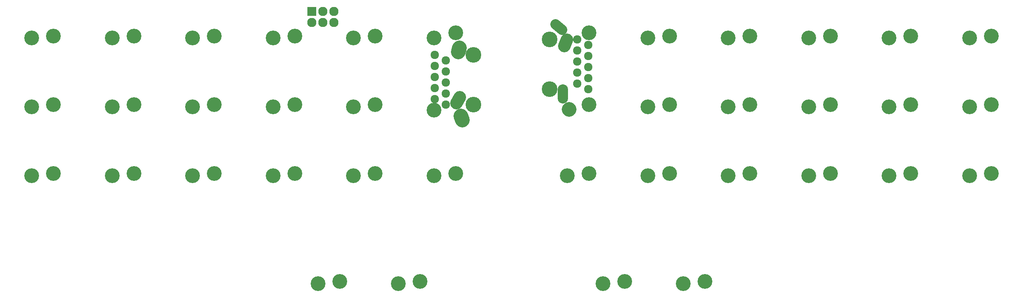
<source format=gts>
G04 #@! TF.FileFunction,Soldermask,Top*
%FSLAX46Y46*%
G04 Gerber Fmt 4.6, Leading zero omitted, Abs format (unit mm)*
G04 Created by KiCad (PCBNEW 4.0.1-stable) date Thursday, March 02, 2017 'PMt' 06:18:16 PM*
%MOMM*%
G01*
G04 APERTURE LIST*
%ADD10C,0.100000*%
%ADD11C,3.400000*%
%ADD12C,2.900000*%
%ADD13O,3.400000X3.400000*%
%ADD14C,1.924000*%
%ADD15O,2.400000X4.400000*%
%ADD16C,3.600000*%
%ADD17C,2.400000*%
%ADD18C,3.400000*%
%ADD19R,2.127200X2.127200*%
%ADD20O,2.127200X2.127200*%
G04 APERTURE END LIST*
D10*
D11*
X79250000Y-2400000D03*
X84250000Y-1900000D03*
X71083330Y-58800000D03*
X76083330Y-58300000D03*
X42250000Y-2400000D03*
X47250000Y-1900000D03*
D12*
X128296091Y-2822862D02*
X127783061Y-4232400D01*
D13*
X133450000Y-1200000D03*
D14*
X133250000Y-14150000D03*
D15*
X127410000Y-15210000D03*
D16*
X124360000Y-14150000D03*
D17*
X125724703Y754133D02*
X127256791Y-531443D01*
D16*
X124360000Y-2720000D03*
D14*
X130710000Y-12880000D03*
X133250000Y-11610000D03*
X133250000Y-9070000D03*
X133250000Y-6530000D03*
X133250000Y-3990000D03*
X130710000Y-10340000D03*
X130710000Y-7800000D03*
X130710000Y-5260000D03*
X130710000Y-2720000D03*
D11*
X97750000Y-2400000D03*
D13*
X102750000Y-1200000D03*
X97750000Y-18950000D03*
D12*
X103725000Y-16011251D02*
X102975000Y-17310289D01*
D14*
X97930000Y-6220000D03*
D18*
X103640591Y-4642963D02*
X103381771Y-5608889D01*
D16*
X106820000Y-6220000D03*
D18*
X103975212Y-20273816D02*
X104317232Y-21213508D01*
D16*
X106820000Y-17650000D03*
D14*
X100470000Y-7490000D03*
X97930000Y-8760000D03*
X97930000Y-11300000D03*
X97930000Y-13840000D03*
X97930000Y-16380000D03*
X100470000Y-10030000D03*
X100470000Y-12570000D03*
X100470000Y-15110000D03*
X100470000Y-17650000D03*
D19*
X69640000Y3710000D03*
D20*
X69640000Y1170000D03*
X72180000Y3710000D03*
X72180000Y1170000D03*
X74720000Y3710000D03*
X74720000Y1170000D03*
D11*
X5250000Y-2400000D03*
X10250000Y-1900000D03*
X155116667Y-58800000D03*
X160116667Y-58300000D03*
X136616667Y-58800000D03*
X141616667Y-58300000D03*
X89583330Y-58800000D03*
X94583330Y-58300000D03*
X220950000Y-34000000D03*
X225950000Y-33500000D03*
X202450000Y-34000000D03*
X207450000Y-33500000D03*
X183950000Y-34000000D03*
X188950000Y-33500000D03*
X165450000Y-34000000D03*
X170450000Y-33500000D03*
X146950000Y-34000000D03*
X151950000Y-33500000D03*
X128450000Y-34000000D03*
X133450000Y-33500000D03*
X97750000Y-34000000D03*
X102750000Y-33500000D03*
X79250000Y-34000000D03*
X84250000Y-33500000D03*
X60750000Y-34000000D03*
X65750000Y-33500000D03*
X42250000Y-34000000D03*
X47250000Y-33500000D03*
X23750000Y-34000000D03*
X28750000Y-33500000D03*
X5250000Y-34000000D03*
X10250000Y-33500000D03*
X220950000Y-18200000D03*
X225950000Y-17700000D03*
X202450000Y-18200000D03*
X207450000Y-17700000D03*
X183950000Y-18200000D03*
X188950000Y-17700000D03*
X165450000Y-18200000D03*
X170450000Y-17700000D03*
X146950000Y-18200000D03*
X151950000Y-17700000D03*
D18*
X128800000Y-18806218D02*
X128800000Y-18806218D01*
D11*
X133450000Y-17700000D03*
X79250000Y-18200000D03*
X84250000Y-17700000D03*
X60750000Y-18200000D03*
X65750000Y-17700000D03*
X42250000Y-18200000D03*
X47250000Y-17700000D03*
X23750000Y-18200000D03*
X28750000Y-17700000D03*
X5250000Y-18200000D03*
X10250000Y-17700000D03*
X220950000Y-2400000D03*
X225950000Y-1900000D03*
X202450000Y-2400000D03*
X207450000Y-1900000D03*
X183950000Y-2400000D03*
X188950000Y-1900000D03*
X165450000Y-2400000D03*
X170450000Y-1900000D03*
X146950000Y-2400000D03*
X151950000Y-1900000D03*
X60750000Y-2400000D03*
X65750000Y-1900000D03*
X23750000Y-2400000D03*
X28750000Y-1900000D03*
M02*

</source>
